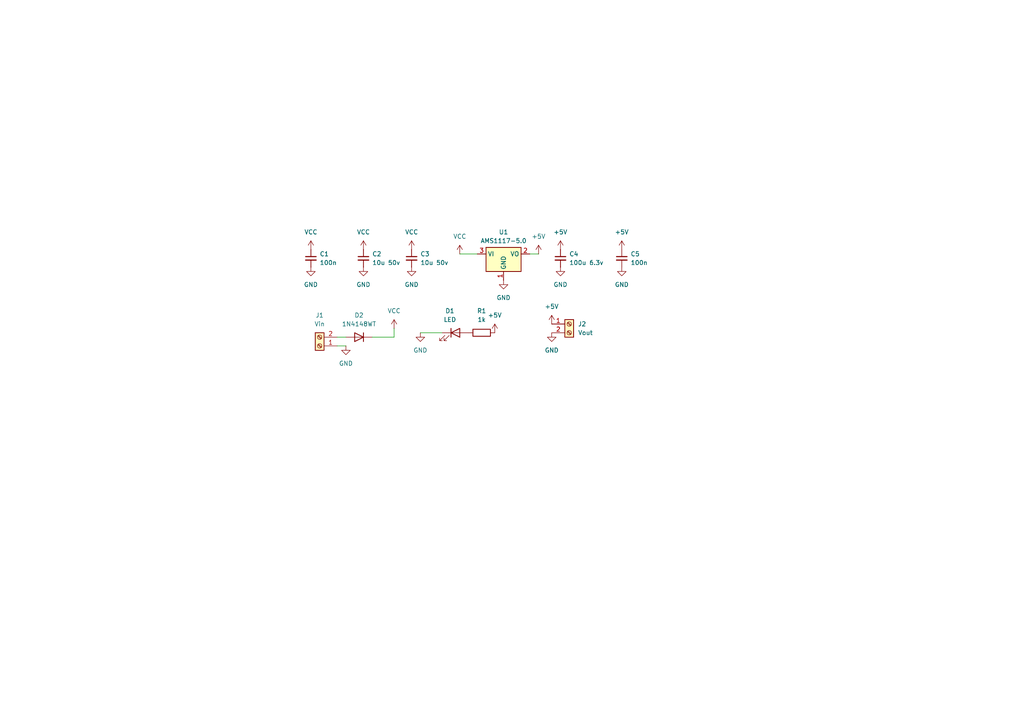
<source format=kicad_sch>
(kicad_sch (version 20250114) (generator "eeschema") (generator_version "9.0")
  (paper "A4")
  (lib_symbols
    (symbol "Connector:Screw_Terminal_01x02" (pin_names (offset 1.016) (hide yes))
      (property "Reference" "J" (at 0 2.54 0))
      (property "Value" "Screw_Terminal_01x02" (at 0 -5.08 0))
      (symbol "Screw_Terminal_01x02_1_1"
        (rectangle (start -1.27 1.27) (end 1.27 -3.81) (stroke (width 0.254)) (fill (type background)))
        (polyline (pts (xy -0.5334 0.3302) (xy 0.3302 -0.508)) (stroke (width 0.1524)))
        (polyline (pts (xy -0.5334 -2.2098) (xy 0.3302 -3.048)) (stroke (width 0.1524)))
        (polyline (pts (xy -0.3556 0.508) (xy 0.508 -0.3302)) (stroke (width 0.1524)))
        (polyline (pts (xy -0.3556 -2.032) (xy 0.508 -2.8702)) (stroke (width 0.1524)))
        (circle (center 0 0) (radius 0.635) (stroke (width 0.1524)))
        (circle (center 0 -2.54) (radius 0.635) (stroke (width 0.1524)))
        (pin passive line (at -5.08 0 0) (length 3.81) (name "Pin_1") (number "1"))
        (pin passive line (at -5.08 -2.54 0) (length 3.81) (name "Pin_2") (number "2"))
      )
    )
    (symbol "Device:C_Small" (pin_numbers (hide yes)) (pin_names (offset 0.254) (hide yes))
      (property "Reference" "C" (at 0.254 1.778 0))
      (property "Value" "C_Small" (at 0.254 -2.032 0))
      (symbol "C_Small_0_1"
        (polyline (pts (xy -1.524 0.508) (xy 1.524 0.508)) (stroke (width 0.3048)))
        (polyline (pts (xy -1.524 -0.508) (xy 1.524 -0.508)) (stroke (width 0.3302)))
      )
      (symbol "C_Small_1_1"
        (pin passive line (at 0 2.54 270) (length 2.032) (name "~") (number "1"))
        (pin passive line (at 0 -2.54 90) (length 2.032) (name "~") (number "2"))
      )
    )
    (symbol "Device:LED" (pin_numbers (hide yes)) (pin_names (offset 1.016) (hide yes))
      (property "Reference" "D" (at 0 2.54 0))
      (property "Value" "LED" (at 0 -2.54 0))
      (symbol "LED_0_1"
        (polyline (pts (xy -3.048 -0.762) (xy -4.572 -2.286) (xy -3.81 -2.286) (xy -4.572 -2.286) (xy -4.572 -1.524)))
        (polyline (pts (xy -1.778 -0.762) (xy -3.302 -2.286) (xy -2.54 -2.286) (xy -3.302 -2.286) (xy -3.302 -1.524)))
        (polyline (pts (xy -1.27 0) (xy 1.27 0)))
        (polyline (pts (xy -1.27 -1.27) (xy -1.27 1.27)) (stroke (width 0.254)))
        (polyline (pts (xy 1.27 -1.27) (xy 1.27 1.27) (xy -1.27 0) (xy 1.27 -1.27)) (stroke (width 0.254)))
      )
      (symbol "LED_1_1"
        (pin passive line (at -3.81 0 0) (length 2.54) (name "K") (number "1"))
        (pin passive line (at 3.81 0 180) (length 2.54) (name "A") (number "2"))
      )
    )
    (symbol "Device:R" (pin_numbers (hide yes)) (pin_names (offset 0))
      (property "Reference" "R" (at 2.032 0 90))
      (property "Value" "R" (at 0 0 90))
      (symbol "R_0_1"
        (rectangle (start -1.016 -2.54) (end 1.016 2.54) (stroke (width 0.254)))
      )
      (symbol "R_1_1"
        (pin passive line (at 0 3.81 270) (length 1.27) (name "~") (number "1"))
        (pin passive line (at 0 -3.81 90) (length 1.27) (name "~") (number "2"))
      )
    )
    (symbol "Diode:1N4148WT" (pin_numbers (hide yes)) (pin_names (hide yes))
      (property "Reference" "D" (at 0 2.54 0))
      (property "Value" "1N4148WT" (at 0 -2.54 0))
      (symbol "1N4148WT_0_1"
        (polyline (pts (xy -1.27 1.27) (xy -1.27 -1.27)) (stroke (width 0.254)))
        (polyline (pts (xy 1.27 1.27) (xy 1.27 -1.27) (xy -1.27 0) (xy 1.27 1.27)) (stroke (width 0.254)))
        (polyline (pts (xy 1.27 0) (xy -1.27 0)))
      )
      (symbol "1N4148WT_1_1"
        (pin passive line (at -3.81 0 0) (length 2.54) (name "K") (number "1"))
        (pin passive line (at 3.81 0 180) (length 2.54) (name "A") (number "2"))
      )
    )
    (symbol "Regulator_Linear:AMS1117-5.0"
      (property "Reference" "U" (at -3.81 3.175 0))
      (property "Value" "AMS1117-5.0" (at 0 3.175 0))
      (symbol "AMS1117-5.0_0_1"
        (rectangle (start -5.08 -5.08) (end 5.08 1.905) (stroke (width 0.254)) (fill (type background)))
      )
      (symbol "AMS1117-5.0_1_1"
        (pin power_in line (at -7.62 0 0) (length 2.54) (name "VI") (number "3"))
        (pin power_in line (at 0 -7.62 90) (length 2.54) (name "GND") (number "1"))
        (pin power_out line (at 7.62 0 180) (length 2.54) (name "VO") (number "2"))
      )
    )
    (symbol "power:+5V" (power) (pin_numbers (hide yes)) (pin_names (offset 0) (hide yes))
      (property "Value" "+5V" (at 0 3.556 0))
      (symbol "+5V_0_1"
        (polyline (pts (xy -0.762 1.27) (xy 0 2.54)))
        (polyline (pts (xy 0 2.54) (xy 0.762 1.27)))
        (polyline (pts (xy 0 0) (xy 0 2.54)))
      )
      (symbol "+5V_1_1"
        (pin power_in line (at 0 0 90) (length 0) (name "~") (number "1"))
      )
    )
    (symbol "power:GND" (power) (pin_numbers (hide yes)) (pin_names (offset 0) (hide yes))
      (property "Value" "GND" (at 0 -3.81 0))
      (symbol "GND_0_1"
        (polyline (pts (xy 0 0) (xy 0 -1.27) (xy 1.27 -1.27) (xy 0 -2.54) (xy -1.27 -1.27) (xy 0 -1.27)))
      )
      (symbol "GND_1_1"
        (pin power_in line (at 0 0 270) (length 0) (name "~") (number "1"))
      )
    )
    (symbol "power:VCC" (power) (pin_numbers (hide yes)) (pin_names (offset 0) (hide yes))
      (property "Value" "VCC" (at 0 3.556 0))
      (symbol "VCC_0_1"
        (polyline (pts (xy -0.762 1.27) (xy 0 2.54)))
        (polyline (pts (xy 0 2.54) (xy 0.762 1.27)))
        (polyline (pts (xy 0 0) (xy 0 2.54)))
      )
      (symbol "VCC_1_1"
        (pin power_in line (at 0 0 90) (length 0) (name "~") (number "1"))
      )
    )
  )
  (wire (pts (xy 114.3 97.79) (xy 107.95 97.79)))
  (wire (pts (xy 121.92 96.52) (xy 128.27 96.52)))
  (wire (pts (xy 156.21 73.66) (xy 153.67 73.66)))
  (wire (pts (xy 114.3 95.25) (xy 114.3 97.79)))
  (wire (pts (xy 100.33 97.79) (xy 97.79 97.79)))
  (wire (pts (xy 133.35 73.66) (xy 138.43 73.66)))
  (wire (pts (xy 100.33 100.33) (xy 97.79 100.33)))
  (symbol (lib_id "power:VCC") (at 90.17 72.39 0) (unit 1)
    (property "Reference" "#PWR010" (effects (hide yes)))
    (property "Value" "VCC" (at 90.17 67.31 0))
    (property "Description" "Power symbol creates a global label with name \"VCC\"" (effects (hide yes)))
  )
  (symbol (lib_id "power:VCC") (at 105.41 72.39 0) (unit 1)
    (property "Reference" "#PWR011" (effects (hide yes)))
    (property "Value" "VCC" (at 105.41 67.31 0))
    (property "Description" "Power symbol creates a global label with name \"VCC\"" (effects (hide yes)))
  )
  (symbol (lib_id "Device:C_Small") (at 119.38 74.93 0) (unit 1)
    (property "Reference" "C3" (at 121.92 73.6662 0) (effects (justify left)))
    (property "Value" "10u 50v" (at 121.92 76.2062 0) (effects (justify left)))
    (property "Footprint" "Capacitor_SMD:C_0805_2012Metric_Pad1.18x1.45mm_HandSolder" (effects (hide yes)))
    (property "Description" "Unpolarized capacitor, small symbol" (effects (hide yes)))
  )
  (symbol (lib_id "Device:R") (at 139.7 96.52 90) (unit 1)
    (property "Reference" "R1" (at 139.7 90.17 90))
    (property "Value" "1k" (at 139.7 92.71 90))
    (property "Footprint" "Resistor_SMD:R_0805_2012Metric_Pad1.20x1.40mm_HandSolder" (effects (hide yes)))
    (property "Description" "Resistor" (effects (hide yes)))
  )
  (symbol (lib_id "power:+5V") (at 156.21 73.66 0) (unit 1)
    (property "Reference" "#PWR03" (effects (hide yes)))
    (property "Value" "+5V" (at 156.21 68.58 0))
    (property "Description" "Power symbol creates a global label with name \"+5V\"" (effects (hide yes)))
  )
  (symbol (lib_id "power:VCC") (at 119.38 72.39 0) (unit 1)
    (property "Reference" "#PWR012" (effects (hide yes)))
    (property "Value" "VCC" (at 119.38 67.31 0))
    (property "Description" "Power symbol creates a global label with name \"VCC\"" (effects (hide yes)))
  )
  (symbol (lib_id "power:+5V") (at 160.02 93.98 0) (unit 1)
    (property "Reference" "#PWR019" (effects (hide yes)))
    (property "Value" "+5V" (at 160.02 88.9 0))
    (property "Description" "Power symbol creates a global label with name \"+5V\"" (effects (hide yes)))
  )
  (symbol (lib_id "power:GND") (at 146.05 81.28 0) (unit 1)
    (property "Reference" "#PWR016" (effects (hide yes)))
    (property "Value" "GND" (at 146.05 86.36 0))
    (property "Description" "Power symbol creates a global label with name \"GND\" , ground" (effects (hide yes)))
  )
  (symbol (lib_id "Device:C_Small") (at 180.34 74.93 0) (unit 1)
    (property "Reference" "C5" (at 182.88 73.6662 0) (effects (justify left)))
    (property "Value" "100n" (at 182.88 76.2062 0) (effects (justify left)))
    (property "Footprint" "Capacitor_SMD:C_0805_2012Metric_Pad1.18x1.45mm_HandSolder" (effects (hide yes)))
    (property "Description" "Unpolarized capacitor, small symbol" (effects (hide yes)))
  )
  (symbol (lib_id "power:VCC") (at 114.3 95.25 0) (unit 1)
    (property "Reference" "#PWR02" (effects (hide yes)))
    (property "Value" "VCC" (at 114.3 90.17 0))
    (property "Description" "Power symbol creates a global label with name \"VCC\"" (effects (hide yes)))
  )
  (symbol (lib_id "power:+5V") (at 143.51 96.52 0) (unit 1)
    (property "Reference" "#PWR018" (effects (hide yes)))
    (property "Value" "+5V" (at 143.51 91.44 0))
    (property "Description" "Power symbol creates a global label with name \"+5V\"" (effects (hide yes)))
  )
  (symbol (lib_id "power:GND") (at 90.17 77.47 0) (unit 1)
    (property "Reference" "#PWR05" (effects (hide yes)))
    (property "Value" "GND" (at 90.17 82.55 0))
    (property "Description" "Power symbol creates a global label with name \"GND\" , ground" (effects (hide yes)))
  )
  (symbol (lib_id "Device:C_Small") (at 90.17 74.93 0) (unit 1)
    (property "Reference" "C1" (at 92.71 73.6662 0) (effects (justify left)))
    (property "Value" "100n" (at 92.71 76.2062 0) (effects (justify left)))
    (property "Footprint" "Capacitor_SMD:C_0805_2012Metric_Pad1.18x1.45mm_HandSolder" (effects (hide yes)))
    (property "Description" "Unpolarized capacitor, small symbol" (effects (hide yes)))
  )
  (symbol (lib_id "power:GND") (at 180.34 77.47 0) (unit 1)
    (property "Reference" "#PWR09" (effects (hide yes)))
    (property "Value" "GND" (at 180.34 82.55 0))
    (property "Description" "Power symbol creates a global label with name \"GND\" , ground" (effects (hide yes)))
  )
  (symbol (lib_id "power:GND") (at 162.56 77.47 0) (unit 1)
    (property "Reference" "#PWR08" (effects (hide yes)))
    (property "Value" "GND" (at 162.56 82.55 0))
    (property "Description" "Power symbol creates a global label with name \"GND\" , ground" (effects (hide yes)))
  )
  (symbol (lib_id "Regulator_Linear:AMS1117-5.0") (at 146.05 73.66 0) (unit 1)
    (property "Reference" "U1" (at 146.05 67.31 0))
    (property "Value" "AMS1117-5.0" (at 146.05 69.85 0))
    (property "Footprint" "Package_TO_SOT_SMD:SOT-223-3_TabPin2" (effects (hide yes)))
    (property "Datasheet" "http://www.advanced-monolithic.com/pdf/ds1117.pdf" (effects (hide yes)))
    (property "Description" "1A Low Dropout regulator, positive, 5.0V fixed output, SOT-223" (effects (hide yes)))
  )
  (symbol (lib_id "Device:LED") (at 132.08 96.52 0) (unit 1)
    (property "Reference" "D1" (at 130.4925 90.17 0))
    (property "Value" "LED" (at 130.4925 92.71 0))
    (property "Footprint" "LED_SMD:LED_0805_2012Metric_Pad1.15x1.40mm_HandSolder" (effects (hide yes)))
    (property "Description" "Light emitting diode" (effects (hide yes)))
    (property "Sim.Pins" "1=K 2=A" (effects (hide yes)))
  )
  (symbol (lib_id "Connector:Screw_Terminal_01x02") (at 165.1 93.98 0) (unit 1)
    (property "Reference" "J2" (at 167.64 93.9799 0) (effects (justify left)))
    (property "Value" "Vout" (at 167.64 96.5199 0) (effects (justify left)))
    (property "Footprint" "TerminalBlock_Phoenix:TerminalBlock_Phoenix_MKDS-1,5-2_1x02_P5.00mm_Horizontal" (effects (hide yes)))
    (property "Description" "Generic screw terminal, single row, 01x02, script generated (kicad-library-utils/schlib/autogen/connector/)" (effects (hide yes)))
  )
  (symbol (lib_id "Connector:Screw_Terminal_01x02") (at 92.71 100.33 180) (unit 1)
    (property "Reference" "J1" (at 92.71 91.44 0))
    (property "Value" "Vin" (at 92.71 93.98 0))
    (property "Footprint" "TerminalBlock_Phoenix:TerminalBlock_Phoenix_MKDS-1,5-2_1x02_P5.00mm_Horizontal" (effects (hide yes)))
    (property "Description" "Generic screw terminal, single row, 01x02, script generated (kicad-library-utils/schlib/autogen/connector/)" (effects (hide yes)))
  )
  (symbol (lib_id "power:VCC") (at 133.35 73.66 0) (unit 1)
    (property "Reference" "#PWR013" (effects (hide yes)))
    (property "Value" "VCC" (at 133.35 68.58 0))
    (property "Description" "Power symbol creates a global label with name \"VCC\"" (effects (hide yes)))
  )
  (symbol (lib_id "Diode:1N4148WT") (at 104.14 97.79 180) (unit 1)
    (property "Reference" "D2" (at 104.14 91.44 0))
    (property "Value" "1N4148WT" (at 104.14 93.98 0))
    (property "Footprint" "Diode_SMD:D_SOD-523" (effects (hide yes)))
    (property "Datasheet" "https://www.diodes.com/assets/Datasheets/ds30396.pdf" (effects (hide yes)))
    (property "Description" "75V 0.15A Fast switching Diode, SOD-523" (effects (hide yes)))
    (property "Sim.Device" "D" (effects (hide yes)))
    (property "Sim.Pins" "1=K 2=A" (effects (hide yes)))
  )
  (symbol (lib_id "Device:C_Small") (at 162.56 74.93 0) (unit 1)
    (property "Reference" "C4" (at 165.1 73.6662 0) (effects (justify left)))
    (property "Value" "100u 6.3v" (at 165.1 76.2062 0) (effects (justify left)))
    (property "Footprint" "Capacitor_SMD:C_1206_3216Metric_Pad1.33x1.80mm_HandSolder" (effects (hide yes)))
    (property "Description" "Unpolarized capacitor, small symbol" (effects (hide yes)))
  )
  (symbol (lib_id "power:GND") (at 105.41 77.47 0) (unit 1)
    (property "Reference" "#PWR06" (effects (hide yes)))
    (property "Value" "GND" (at 105.41 82.55 0))
    (property "Description" "Power symbol creates a global label with name \"GND\" , ground" (effects (hide yes)))
  )
  (symbol (lib_id "Device:C_Small") (at 105.41 74.93 0) (unit 1)
    (property "Reference" "C2" (at 107.95 73.6662 0) (effects (justify left)))
    (property "Value" "10u 50v" (at 107.95 76.2062 0) (effects (justify left)))
    (property "Footprint" "Capacitor_SMD:C_0805_2012Metric_Pad1.18x1.45mm_HandSolder" (effects (hide yes)))
    (property "Description" "Unpolarized capacitor, small symbol" (effects (hide yes)))
  )
  (symbol (lib_id "power:GND") (at 100.33 100.33 0) (unit 1)
    (property "Reference" "#PWR04" (effects (hide yes)))
    (property "Value" "GND" (at 100.33 105.41 0))
    (property "Description" "Power symbol creates a global label with name \"GND\" , ground" (effects (hide yes)))
  )
  (symbol (lib_id "power:GND") (at 160.02 96.52 0) (unit 1)
    (property "Reference" "#PWR01" (effects (hide yes)))
    (property "Value" "GND" (at 160.02 101.6 0))
    (property "Description" "Power symbol creates a global label with name \"GND\" , ground" (effects (hide yes)))
  )
  (symbol (lib_id "power:+5V") (at 162.56 72.39 0) (unit 1)
    (property "Reference" "#PWR014" (effects (hide yes)))
    (property "Value" "+5V" (at 162.56 67.31 0))
    (property "Description" "Power symbol creates a global label with name \"+5V\"" (effects (hide yes)))
  )
  (symbol (lib_id "power:+5V") (at 180.34 72.39 0) (unit 1)
    (property "Reference" "#PWR015" (effects (hide yes)))
    (property "Value" "+5V" (at 180.34 67.31 0))
    (property "Description" "Power symbol creates a global label with name \"+5V\"" (effects (hide yes)))
  )
  (symbol (lib_id "power:GND") (at 119.38 77.47 0) (unit 1)
    (property "Reference" "#PWR07" (effects (hide yes)))
    (property "Value" "GND" (at 119.38 82.55 0))
    (property "Description" "Power symbol creates a global label with name \"GND\" , ground" (effects (hide yes)))
  )
  (symbol (lib_id "power:GND") (at 121.92 96.52 0) (unit 1)
    (property "Reference" "#PWR017" (effects (hide yes)))
    (property "Value" "GND" (at 121.92 101.6 0))
    (property "Description" "Power symbol creates a global label with name \"GND\" , ground" (effects (hide yes)))
  )
)
</source>
